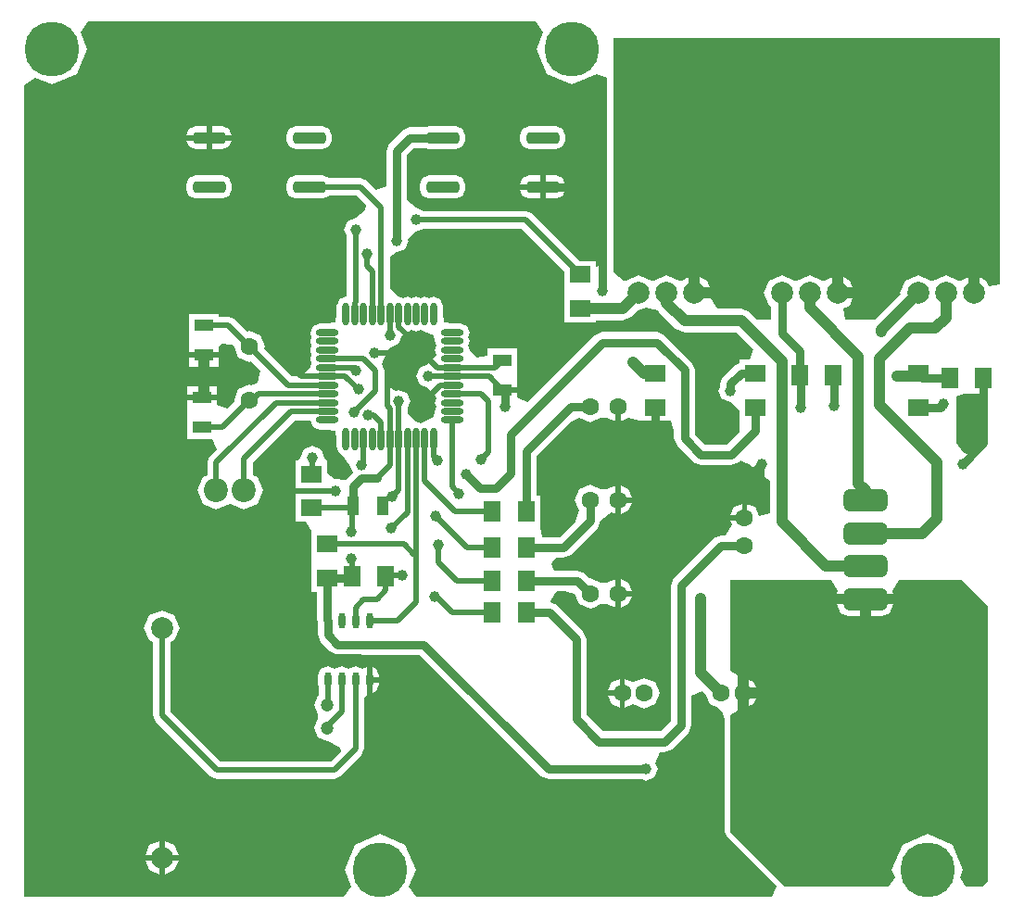
<source format=gtl>
G04 Layer_Physical_Order=1*
G04 Layer_Color=255*
%FSLAX24Y24*%
%MOIN*%
G70*
G01*
G75*
%ADD10R,0.0748X0.0591*%
%ADD11R,0.0591X0.0748*%
G04:AMPARAMS|DCode=12|XSize=118.1mil|YSize=39.4mil|CornerRadius=9.8mil|HoleSize=0mil|Usage=FLASHONLY|Rotation=180.000|XOffset=0mil|YOffset=0mil|HoleType=Round|Shape=RoundedRectangle|*
%AMROUNDEDRECTD12*
21,1,0.1181,0.0197,0,0,180.0*
21,1,0.0984,0.0394,0,0,180.0*
1,1,0.0197,-0.0492,0.0098*
1,1,0.0197,0.0492,0.0098*
1,1,0.0197,0.0492,-0.0098*
1,1,0.0197,-0.0492,-0.0098*
%
%ADD12ROUNDEDRECTD12*%
%ADD13O,0.0236X0.0807*%
%ADD14O,0.0807X0.0236*%
%ADD15R,0.0669X0.0433*%
%ADD16R,0.0433X0.0669*%
%ADD17O,0.0236X0.0571*%
G04:AMPARAMS|DCode=18|XSize=157.5mil|YSize=78.7mil|CornerRadius=19.7mil|HoleSize=0mil|Usage=FLASHONLY|Rotation=180.000|XOffset=0mil|YOffset=0mil|HoleType=Round|Shape=RoundedRectangle|*
%AMROUNDEDRECTD18*
21,1,0.1575,0.0394,0,0,180.0*
21,1,0.1181,0.0787,0,0,180.0*
1,1,0.0394,-0.0591,0.0197*
1,1,0.0394,0.0591,0.0197*
1,1,0.0394,0.0591,-0.0197*
1,1,0.0394,-0.0591,-0.0197*
%
%ADD18ROUNDEDRECTD18*%
%ADD19C,0.0197*%
%ADD20C,0.0295*%
%ADD21C,0.0394*%
%ADD22C,0.0787*%
%ADD23C,0.0630*%
%ADD24C,0.0866*%
%ADD25C,0.0472*%
%ADD26C,0.1969*%
%ADD27C,0.0394*%
G36*
X19635Y32087D02*
X19391Y31496D01*
X19765Y30592D01*
X20669Y30218D01*
X21573Y30592D01*
X21952Y30478D01*
Y24685D01*
Y23956D01*
X21559Y23647D01*
X21549Y23649D01*
Y23876D01*
X20938D01*
X19233Y25580D01*
X19007Y25674D01*
X15336D01*
X15079Y25780D01*
X14743Y26068D01*
Y27680D01*
X14999Y27936D01*
X15427D01*
X15536Y27891D01*
X16520D01*
X16746Y27985D01*
X16840Y28211D01*
Y28407D01*
X16746Y28633D01*
X16520Y28727D01*
X15536D01*
X15427Y28682D01*
X14844D01*
X14844Y28682D01*
X14581Y28573D01*
X14581Y28573D01*
X14106Y28098D01*
X13997Y27835D01*
X13997Y27835D01*
Y26575D01*
X13633Y26425D01*
X13295Y26763D01*
X13069Y26857D01*
X11948D01*
X11946Y26862D01*
X11720Y26955D01*
X10736D01*
X10510Y26862D01*
X10416Y26636D01*
Y26439D01*
X10510Y26213D01*
X10736Y26119D01*
X11720D01*
X11946Y26213D01*
X11948Y26218D01*
X12937D01*
X13282Y25872D01*
X13254Y25709D01*
X12913Y25426D01*
X12674Y25327D01*
X12612Y25301D01*
X12487Y25000D01*
X12574Y24790D01*
Y22608D01*
X12553Y22594D01*
X12312Y22494D01*
X12261Y22371D01*
X12212Y22253D01*
Y22003D01*
X12174Y21677D01*
X11849Y21639D01*
X11598D01*
X11357Y21539D01*
X11258Y21298D01*
X11323Y21141D01*
X11258Y20983D01*
X11323Y20826D01*
X11258Y20668D01*
X11323Y20511D01*
X11258Y20353D01*
X11323Y20196D01*
X11258Y20038D01*
X10981Y19749D01*
X10578Y19746D01*
X9602Y20722D01*
X9632Y20794D01*
X9470Y21186D01*
X9078Y21348D01*
X9006Y21319D01*
X8544Y21781D01*
X8318Y21874D01*
X7959D01*
Y21968D01*
X6896D01*
Y21299D01*
X6896Y21141D01*
Y20905D01*
X6896Y20748D01*
Y20590D01*
X7428D01*
Y20492D01*
D01*
Y20590D01*
X7959D01*
X7959Y20813D01*
X8061Y20905D01*
X8454Y20878D01*
X8524Y20794D01*
X8686Y20403D01*
X9078Y20241D01*
X9150Y20270D01*
X9486Y19935D01*
X9369Y19497D01*
X9129Y19406D01*
X9078Y19427D01*
X8686Y19265D01*
X8524Y18873D01*
X8545Y18823D01*
X8281Y18560D01*
X7909Y18713D01*
Y18856D01*
X6846D01*
Y18699D01*
X6846Y18541D01*
Y18305D01*
X6846Y18148D01*
Y17478D01*
X7729D01*
X7893Y17085D01*
X7652Y16844D01*
X7558Y16618D01*
Y16173D01*
X7396Y16105D01*
X7196Y15623D01*
X7396Y15141D01*
X7878Y14941D01*
X8360Y15141D01*
X8396Y15141D01*
X8878Y14941D01*
X9360Y15141D01*
X9560Y15623D01*
X9360Y16105D01*
X9198Y16173D01*
Y16620D01*
X10722Y18144D01*
X11259D01*
X11357Y17907D01*
X11598Y17808D01*
X11849D01*
X12174Y17769D01*
X12212Y17444D01*
Y17194D01*
X12312Y16953D01*
X12413Y16911D01*
X12684Y16535D01*
X12793Y16273D01*
X12533Y16013D01*
X12136Y16036D01*
X11870Y16214D01*
Y16693D01*
X11844D01*
X11765Y16811D01*
X11666Y17050D01*
X11640Y17112D01*
X11339Y17237D01*
X11100Y17138D01*
X11037Y17112D01*
X10912Y16811D01*
X10834Y16693D01*
X10728D01*
Y15709D01*
X10728D01*
Y15472D01*
X10728D01*
Y14488D01*
X11111D01*
X11307Y14176D01*
Y13191D01*
X11307Y13191D01*
Y12955D01*
X11307D01*
X11307Y12798D01*
Y11971D01*
X11505D01*
Y10965D01*
X11505Y10965D01*
X11524Y10919D01*
Y10426D01*
X11524Y10426D01*
X11633Y10162D01*
X11980Y9815D01*
X11980Y9815D01*
X12244Y9706D01*
X15200D01*
X19579Y5327D01*
X19579Y5327D01*
X19843Y5218D01*
X19843Y5218D01*
X23218D01*
X23346Y5164D01*
X23648Y5289D01*
X23773Y5591D01*
X23682Y5808D01*
X23852Y6202D01*
X24016D01*
X24016Y6202D01*
X24279Y6311D01*
X24870Y6902D01*
X24870Y6902D01*
X24979Y7165D01*
X24979Y7165D01*
Y8225D01*
X25373Y8388D01*
X25521Y8240D01*
X25649Y7932D01*
X25872Y7839D01*
X25874Y7838D01*
X26081Y7651D01*
X26165Y7406D01*
Y6890D01*
Y3346D01*
X26165Y3346D01*
X26227Y3196D01*
X26227Y3196D01*
X28045Y1378D01*
X27882Y984D01*
X15076D01*
X14813Y1378D01*
X15058Y1969D01*
X14684Y2872D01*
X13780Y3247D01*
X12876Y2872D01*
X12501Y1969D01*
X12746Y1378D01*
X12483Y984D01*
X984D01*
Y30199D01*
X1378Y30462D01*
X1969Y30218D01*
X2872Y30592D01*
X3247Y31496D01*
X3002Y32087D01*
X3265Y32480D01*
X19372D01*
X19635Y32087D01*
D02*
G37*
G36*
X36063Y23038D02*
X35669Y22960D01*
X35580Y23175D01*
X35325Y23281D01*
Y22723D01*
X34931D01*
Y23281D01*
X34676Y23175D01*
X34580Y23175D01*
X34128Y23362D01*
X33676Y23175D01*
X33580Y23175D01*
X33128Y23362D01*
X32676Y23175D01*
X32489Y22723D01*
X32499Y22697D01*
X31574Y21772D01*
X30503D01*
X30424Y22165D01*
X30680Y22271D01*
X30786Y22526D01*
X30228D01*
Y22723D01*
X30031D01*
Y23281D01*
X29776Y23175D01*
X29680Y23175D01*
X29228Y23362D01*
X28776Y23175D01*
X28680Y23175D01*
X28228Y23362D01*
X27776Y23175D01*
X27589Y22723D01*
X27776Y22271D01*
X27855Y22238D01*
Y21772D01*
X27335D01*
X27073Y22034D01*
X26772Y22158D01*
X25909D01*
X25663Y22526D01*
X25078D01*
Y22723D01*
X24881D01*
Y23281D01*
X24626Y23175D01*
X24530Y23175D01*
X24078Y23362D01*
X23626Y23175D01*
X23530Y23175D01*
X23078Y23362D01*
X22626Y23175D01*
X22529Y23156D01*
X22165Y23464D01*
Y24685D01*
Y31890D01*
X36063D01*
Y23038D01*
D02*
G37*
G36*
X15388Y21341D02*
X15721Y21191D01*
X15746Y20983D01*
X15811Y20826D01*
X15746Y20668D01*
X15811Y20511D01*
X15790Y20461D01*
X15512Y20151D01*
X15273Y20052D01*
X15210Y20026D01*
X15086Y19724D01*
X15210Y19423D01*
X15512Y19298D01*
X15790Y18987D01*
X15811Y18936D01*
X15746Y18778D01*
X15811Y18621D01*
X15746Y18463D01*
X15721Y18256D01*
X15388Y18105D01*
X15230Y18040D01*
X15073Y18105D01*
X14763Y18402D01*
Y18547D01*
X14849Y18756D01*
X14875Y18819D01*
X14750Y19120D01*
X14449Y19245D01*
X14328Y19195D01*
X13942Y19429D01*
Y19921D01*
X13848Y20147D01*
X13867Y20243D01*
X13884Y20250D01*
X13968Y20453D01*
X13583D01*
Y20650D01*
X14069D01*
X14134Y20755D01*
X14248Y20802D01*
X14435Y20880D01*
X14560Y21181D01*
X14896Y21398D01*
X14915Y21406D01*
X15073Y21341D01*
X15230Y21406D01*
X15388Y21341D01*
D02*
G37*
G36*
X22426Y18110D02*
X22720Y18232D01*
X23107Y18138D01*
Y18121D01*
X23580D01*
Y18613D01*
X23776D01*
Y18121D01*
X24249D01*
X24352Y17770D01*
Y17480D01*
X24352Y17480D01*
X24461Y17217D01*
X25051Y16626D01*
X25051Y16626D01*
X25315Y16517D01*
X25315Y16517D01*
X26406D01*
X26406Y16517D01*
X26670Y16626D01*
X26730Y16686D01*
X27118Y16517D01*
X27193Y16336D01*
X27218Y16273D01*
X27421Y16189D01*
Y16575D01*
X27618D01*
Y16083D01*
X27618D01*
X27802Y15960D01*
Y14785D01*
X27409Y14707D01*
X27281Y15014D01*
X26988Y15135D01*
Y14622D01*
X26890D01*
Y14524D01*
X26377D01*
X26432Y14389D01*
X26219Y13995D01*
X26024D01*
X25760Y13886D01*
X25760Y13886D01*
X25000Y13126D01*
X24343Y12468D01*
X24233Y12205D01*
X24233Y12205D01*
Y7320D01*
X23861Y6948D01*
X21808D01*
X21200Y7556D01*
Y10276D01*
X21200Y10276D01*
X21090Y10539D01*
X21090Y10539D01*
X20143Y11487D01*
X19918Y11580D01*
X19902Y11623D01*
X20106Y11975D01*
X20135Y12000D01*
X20410D01*
X20774Y11910D01*
X20936Y11519D01*
X21328Y11356D01*
X21457Y11410D01*
D01*
X21720Y11519D01*
X21936Y11519D01*
X22230Y11397D01*
Y11910D01*
Y12424D01*
X21936Y12302D01*
X21805Y12302D01*
X21720D01*
X21328Y12464D01*
X21309Y12457D01*
X21129Y12637D01*
X20865Y12746D01*
X20865Y12746D01*
X20038D01*
X19924Y12973D01*
X19993Y13111D01*
X20099Y13200D01*
X20384D01*
X20384Y13200D01*
X20648Y13310D01*
X21457Y14118D01*
D01*
X21592Y14253D01*
X21592Y14253D01*
X21701Y14517D01*
X21993Y14761D01*
X22095Y14816D01*
X22230Y14760D01*
Y15273D01*
Y15786D01*
X21936Y15665D01*
X21805Y15665D01*
X21720D01*
X21328Y15827D01*
X20936Y15665D01*
X20774Y15273D01*
X20936Y14882D01*
X20797Y14513D01*
X20230Y13946D01*
X19621D01*
X19530Y14302D01*
X19530Y14538D01*
Y15444D01*
X19411D01*
Y16876D01*
X20594Y18059D01*
X20936Y18232D01*
X21328Y18069D01*
X21457Y18123D01*
D01*
X21720Y18232D01*
X21936Y18232D01*
X22230Y18110D01*
Y18623D01*
X22426D01*
Y18110D01*
D02*
G37*
G36*
X20407Y23502D02*
Y23049D01*
X20407Y22891D01*
X20407D01*
Y22655D01*
X20407D01*
Y21671D01*
X21549D01*
Y21737D01*
X22518D01*
X22819Y21862D01*
X23052Y22095D01*
X23078Y22084D01*
X23347Y22196D01*
X23764Y22081D01*
X23814Y22040D01*
X24423Y21431D01*
X24724Y21306D01*
X26595D01*
X27212Y20689D01*
X27061Y20326D01*
X26707D01*
Y20183D01*
X26499Y20097D01*
X26499Y20097D01*
X26114Y19712D01*
X26005Y19449D01*
X26005Y19449D01*
Y19341D01*
X25952Y19213D01*
X26077Y18911D01*
X26139Y18885D01*
X26378Y18786D01*
X26693Y18509D01*
X26707Y18121D01*
X26716Y17727D01*
X26252Y17263D01*
X25469D01*
X25097Y17635D01*
Y19961D01*
X25097Y19961D01*
X24988Y20224D01*
X24988Y20224D01*
X24004Y21209D01*
X23740Y21318D01*
X23740Y21318D01*
X21772D01*
X21772Y21318D01*
X21508Y21209D01*
X19086Y18786D01*
X18709Y18967D01*
Y19143D01*
X18178D01*
Y19340D01*
X18709D01*
Y19655D01*
X18709Y19655D01*
Y19891D01*
X18709D01*
X18709Y20049D01*
Y20718D01*
X17646D01*
Y20457D01*
X17253Y20402D01*
X16998Y20668D01*
X16933Y20826D01*
X16998Y20983D01*
X16933Y21141D01*
X16998Y21298D01*
X16899Y21539D01*
X16657Y21639D01*
X16407D01*
X16082Y21677D01*
X16044Y22003D01*
Y22253D01*
X15944Y22494D01*
X15703Y22594D01*
X15545Y22528D01*
X15388Y22594D01*
X15230Y22528D01*
X15073Y22594D01*
X14915Y22528D01*
X14758Y22594D01*
X14600Y22528D01*
X14443Y22594D01*
X14133Y22890D01*
Y24021D01*
X14370Y24180D01*
X14671Y24305D01*
X14796Y24606D01*
X14790Y24622D01*
X15014Y24891D01*
X15079Y24928D01*
X15336Y25035D01*
X18875D01*
X20407Y23502D01*
D02*
G37*
G36*
X35433Y17315D02*
X35433Y17200D01*
X35104Y16932D01*
X34884Y16935D01*
X34724Y17001D01*
X34516Y17341D01*
Y18735D01*
X34516Y18988D01*
X34760Y19102D01*
X34996D01*
Y19102D01*
X35433D01*
Y17315D01*
D02*
G37*
G36*
X35630Y11457D02*
Y10472D01*
Y1575D01*
X35433Y1378D01*
X34853D01*
X34634Y1705D01*
X34743Y1969D01*
X34369Y2872D01*
X33465Y3247D01*
X32561Y2872D01*
X32186Y1969D01*
X32295Y1705D01*
X32076Y1378D01*
X28346D01*
X26378Y3346D01*
Y6890D01*
Y7530D01*
X26631Y7699D01*
Y8323D01*
Y8948D01*
X26378Y9117D01*
Y12402D01*
X30014D01*
X30253Y12008D01*
X30211Y11908D01*
X31228D01*
X32245D01*
X32203Y12008D01*
X32442Y12402D01*
X34685D01*
X35630Y11457D01*
D02*
G37*
%LPC*%
G36*
X8120Y28727D02*
X7726D01*
Y28407D01*
X8440D01*
X8346Y28633D01*
X8120Y28727D01*
D02*
G37*
G36*
X7530D02*
X7136D01*
X6910Y28633D01*
X6816Y28407D01*
X7530D01*
Y28727D01*
D02*
G37*
G36*
X20120D02*
X19136D01*
X18910Y28633D01*
X18816Y28407D01*
Y28211D01*
X18910Y27985D01*
X19136Y27891D01*
X20120D01*
X20346Y27985D01*
X20440Y28211D01*
Y28407D01*
X20346Y28633D01*
X20120Y28727D01*
D02*
G37*
G36*
X11720D02*
X10736D01*
X10510Y28633D01*
X10416Y28407D01*
Y28211D01*
X10510Y27985D01*
X10736Y27891D01*
X11720D01*
X11946Y27985D01*
X12040Y28211D01*
Y28407D01*
X11946Y28633D01*
X11720Y28727D01*
D02*
G37*
G36*
X8440Y28211D02*
X7726D01*
Y27891D01*
X8120D01*
X8346Y27985D01*
X8440Y28211D01*
D02*
G37*
G36*
X7530D02*
X6816D01*
X6910Y27985D01*
X7136Y27891D01*
X7530D01*
Y28211D01*
D02*
G37*
G36*
X20120Y26955D02*
X19726D01*
Y26636D01*
X20440D01*
Y26636D01*
X20346Y26862D01*
X20120Y26955D01*
D02*
G37*
G36*
X19530D02*
X19136D01*
X18910Y26862D01*
X18816Y26636D01*
Y26636D01*
X19530D01*
Y26955D01*
D02*
G37*
G36*
X20440Y26439D02*
X19726D01*
Y26119D01*
X20120D01*
X20346Y26213D01*
X20440Y26439D01*
D02*
G37*
G36*
X19530D02*
X18816D01*
X18910Y26213D01*
X19136Y26119D01*
X19530D01*
Y26439D01*
D02*
G37*
G36*
X16520Y26955D02*
X15536D01*
X15310Y26862D01*
X15216Y26636D01*
Y26439D01*
X15310Y26213D01*
X15536Y26119D01*
X16520D01*
X16746Y26213D01*
X16840Y26439D01*
Y26636D01*
X16746Y26862D01*
X16520Y26955D01*
D02*
G37*
G36*
X8120D02*
X7136D01*
X6910Y26862D01*
X6816Y26636D01*
Y26439D01*
X6910Y26213D01*
X7136Y26119D01*
X8120D01*
X8346Y26213D01*
X8440Y26439D01*
Y26636D01*
X8346Y26862D01*
X8120Y26955D01*
D02*
G37*
G36*
X7959Y20393D02*
X7526D01*
Y20078D01*
X7959D01*
Y20393D01*
D02*
G37*
G36*
X7330D02*
X6896D01*
Y20078D01*
X7330D01*
Y20393D01*
D02*
G37*
G36*
X7909Y19368D02*
X7476D01*
Y19053D01*
X7909D01*
Y19368D01*
D02*
G37*
G36*
X7280D02*
X6846D01*
Y19053D01*
X7280D01*
Y19368D01*
D02*
G37*
G36*
X13495Y9268D02*
Y8899D01*
X13738D01*
Y8968D01*
X13638Y9209D01*
X13520Y9258D01*
X13495Y9268D01*
D02*
G37*
G36*
X13738Y8702D02*
X13495D01*
Y8333D01*
X13638Y8392D01*
X13738Y8633D01*
Y8702D01*
D02*
G37*
G36*
X5928Y11312D02*
X5476Y11125D01*
X5289Y10673D01*
X5476Y10221D01*
X5608Y10166D01*
Y7537D01*
X5702Y7311D01*
X7687Y5325D01*
X7913Y5232D01*
X12126D01*
X12352Y5325D01*
X13123Y6096D01*
X13217Y6322D01*
Y8172D01*
X13299Y8226D01*
Y8800D01*
Y9271D01*
X13147Y9212D01*
X12897Y9309D01*
X12897Y9309D01*
X12897Y9309D01*
X12647Y9212D01*
X12397Y9309D01*
X12397Y9309D01*
X12397Y9309D01*
X12147Y9212D01*
X11897Y9309D01*
X11897Y9309D01*
X11656Y9209D01*
X11556Y8968D01*
Y8633D01*
X11577Y8582D01*
Y8231D01*
X11546Y8218D01*
X11409Y7887D01*
X11546Y7555D01*
X11546Y7391D01*
X11423Y7092D01*
X11409Y7060D01*
X11546Y6728D01*
X11878Y6591D01*
X11891Y6597D01*
X12345Y6358D01*
X12369Y6246D01*
X11994Y5871D01*
X8046D01*
X6248Y7669D01*
Y10166D01*
X6380Y10221D01*
X6567Y10673D01*
X6380Y11125D01*
X5928Y11312D01*
D02*
G37*
G36*
X6026Y3004D02*
Y2504D01*
X6526D01*
X6380Y2858D01*
X6026Y3004D01*
D02*
G37*
G36*
X5830D02*
X5476Y2858D01*
X5330Y2504D01*
X5830D01*
Y3004D01*
D02*
G37*
G36*
X6526Y2307D02*
X6026D01*
Y1807D01*
X6380Y1954D01*
X6526Y2307D01*
D02*
G37*
G36*
X5830D02*
X5330D01*
X5476Y1954D01*
X5830Y1807D01*
Y2307D01*
D02*
G37*
G36*
X30425Y23281D02*
Y22920D01*
X30786D01*
X30680Y23175D01*
X30425Y23281D01*
D02*
G37*
G36*
X25275D02*
Y22920D01*
X25636D01*
X25530Y23175D01*
X25275Y23281D01*
D02*
G37*
G36*
X22426Y15786D02*
Y15372D01*
X22841D01*
X22720Y15665D01*
X22426Y15786D01*
D02*
G37*
G36*
X22841Y15175D02*
X22426D01*
Y14760D01*
X22720Y14882D01*
X22841Y15175D01*
D02*
G37*
G36*
X26791Y15135D02*
X26498Y15014D01*
X26377Y14720D01*
X26791D01*
Y15135D01*
D02*
G37*
G36*
X22426Y12424D02*
Y12009D01*
X22841D01*
X22720Y12302D01*
X22426Y12424D01*
D02*
G37*
G36*
X22841Y11812D02*
X22426D01*
Y11397D01*
X22720Y11519D01*
X22841Y11812D01*
D02*
G37*
G36*
X23278Y8877D02*
X22886Y8715D01*
X22882Y8715D01*
X22589Y8836D01*
Y8323D01*
Y7810D01*
X22882Y7932D01*
X22886Y7932D01*
X23278Y7769D01*
X23670Y7932D01*
X23832Y8323D01*
X23670Y8715D01*
X23278Y8877D01*
D02*
G37*
G36*
X22392Y8836D02*
X22099Y8715D01*
X21977Y8422D01*
X22392D01*
Y8836D01*
D02*
G37*
G36*
Y8225D02*
X21977D01*
X22099Y7932D01*
X22392Y7810D01*
Y8225D01*
D02*
G37*
G36*
X32245Y11514D02*
X31425D01*
Y11088D01*
X31818D01*
X32120Y11213D01*
X32245Y11514D01*
Y11514D01*
D02*
G37*
G36*
X31031D02*
X30211D01*
Y11514D01*
X30336Y11213D01*
X30637Y11088D01*
X31031D01*
Y11514D01*
D02*
G37*
G36*
X27025Y8796D02*
Y8520D01*
X27300D01*
X27220Y8715D01*
X27025Y8796D01*
D02*
G37*
G36*
X27300Y8126D02*
X27025D01*
Y7851D01*
X27220Y7932D01*
X27300Y8126D01*
D02*
G37*
%LPD*%
D10*
X23678Y18613D02*
D03*
Y19833D02*
D03*
X20978Y23383D02*
D03*
Y22163D02*
D03*
X33128Y18613D02*
D03*
Y19833D02*
D03*
X27278Y18613D02*
D03*
Y19833D02*
D03*
X11299Y16201D02*
D03*
Y14980D02*
D03*
X11878Y13683D02*
D03*
Y12463D02*
D03*
D11*
X35488Y19673D02*
D03*
X34268D02*
D03*
X30088Y19755D02*
D03*
X28868D02*
D03*
X17818Y14873D02*
D03*
X19038D02*
D03*
X17818Y13573D02*
D03*
X19038D02*
D03*
X17818Y12373D02*
D03*
X19038D02*
D03*
X17818Y11223D02*
D03*
X19038D02*
D03*
X13988Y12523D02*
D03*
X12768D02*
D03*
D12*
X11228Y28309D02*
D03*
Y26537D02*
D03*
X7628Y28309D02*
D03*
Y26537D02*
D03*
X16028D02*
D03*
Y28309D02*
D03*
X19628Y26537D02*
D03*
Y28309D02*
D03*
D13*
X12553Y21967D02*
D03*
X12868D02*
D03*
X13183D02*
D03*
X13498D02*
D03*
X13813D02*
D03*
X14128D02*
D03*
X14443D02*
D03*
X14758D02*
D03*
X15073D02*
D03*
X15388D02*
D03*
X15703D02*
D03*
X15703Y17479D02*
D03*
X15388Y17479D02*
D03*
X15073D02*
D03*
X14758Y17479D02*
D03*
X14443D02*
D03*
X14128D02*
D03*
X13813D02*
D03*
X13498D02*
D03*
X13183D02*
D03*
X12868D02*
D03*
X12553D02*
D03*
D14*
X16372Y21298D02*
D03*
Y20983D02*
D03*
Y20668D02*
D03*
Y20353D02*
D03*
Y20038D02*
D03*
Y19723D02*
D03*
Y19408D02*
D03*
Y19093D02*
D03*
Y18778D02*
D03*
Y18463D02*
D03*
Y18148D02*
D03*
X11884D02*
D03*
Y18463D02*
D03*
Y18778D02*
D03*
Y19093D02*
D03*
Y19408D02*
D03*
Y19723D02*
D03*
Y20038D02*
D03*
Y20353D02*
D03*
X11884Y20668D02*
D03*
Y20983D02*
D03*
X11884Y21298D02*
D03*
D15*
X7378Y17892D02*
D03*
Y18955D02*
D03*
X7428Y21555D02*
D03*
Y20492D02*
D03*
X18178Y20305D02*
D03*
Y19242D02*
D03*
D16*
X12796Y15052D02*
D03*
X13859D02*
D03*
D17*
X11897Y8800D02*
D03*
X12397D02*
D03*
X12897D02*
D03*
X13397D02*
D03*
X11897Y10946D02*
D03*
X12397D02*
D03*
X12897D02*
D03*
X13397D02*
D03*
D18*
X31228Y12911D02*
D03*
Y11711D02*
D03*
Y14073D02*
D03*
Y15273D02*
D03*
D19*
X14411Y10946D02*
X15073Y11608D01*
X14443Y21502D02*
X14764Y21181D01*
X14443Y21502D02*
Y21967D01*
X15591Y19055D02*
X15944Y19408D01*
X16372D01*
X15512Y20354D02*
X15828Y20038D01*
X16372D01*
X14128Y21187D02*
X14134Y21181D01*
X14128Y21187D02*
Y21967D01*
X11884Y19723D02*
X12521D01*
X12992Y19252D01*
X13346Y18346D02*
X13543D01*
X13813Y17479D02*
Y18077D01*
X13543Y18346D02*
X13813Y18077D01*
X15513Y19723D02*
X16372D01*
X15512Y19724D02*
X15513Y19723D01*
X14443Y18813D02*
X14449Y18819D01*
X14443Y17479D02*
Y18813D01*
X11884Y20038D02*
X12913D01*
X12913Y19921D02*
X12913Y19921D01*
Y20038D01*
X12913Y20038D02*
X12913Y20038D01*
X13163Y17459D02*
X13183Y17479D01*
X13163Y16589D02*
Y17459D01*
X13110Y16535D02*
X13163Y16589D01*
X11299Y16201D02*
X11339Y16240D01*
Y16811D01*
X12835Y18425D02*
X13622Y19213D01*
Y19921D01*
X13190Y20353D02*
X13622Y19921D01*
X11884Y20353D02*
X13190D01*
X12868Y21967D02*
X12888Y21987D01*
Y22375D01*
X12894Y22381D01*
Y24980D01*
X12913Y25000D01*
X15079Y25354D02*
X19007D01*
X20978Y23383D01*
X16372Y20038D02*
X17911D01*
X18178Y20305D01*
X16372Y19723D02*
X17696D01*
X18178Y19242D01*
X13498Y21967D02*
Y23504D01*
X13307Y23695D02*
X13498Y23504D01*
X13307Y23695D02*
Y24134D01*
X14758Y14837D02*
Y17479D01*
X15073Y11608D02*
Y17479D01*
X15388Y15951D02*
X16465Y14873D01*
X15388Y15951D02*
Y17479D01*
X14173Y14252D02*
X14758Y14837D01*
X14266Y15459D02*
X14443Y15636D01*
X10709Y15591D02*
X12165D01*
X10394Y15276D02*
X10709Y15591D01*
X10394Y10236D02*
Y15276D01*
Y10236D02*
X10984Y9646D01*
X13071D01*
X13397Y9320D01*
Y8800D02*
Y9320D01*
X5928Y7537D02*
Y10673D01*
Y7537D02*
X7913Y5551D01*
X12126D01*
X12897Y6322D01*
Y8800D01*
X10038Y18778D02*
X11884D01*
X7878Y16618D02*
X10038Y18778D01*
X7878Y15623D02*
Y16618D01*
X10589Y18463D02*
X11884D01*
X8878Y16752D02*
X10589Y18463D01*
X8878Y15623D02*
Y16752D01*
X14128Y16530D02*
Y17479D01*
X13661Y16063D02*
X14128Y16530D01*
X15748Y11850D02*
X16375Y11223D01*
X16372Y19093D02*
X17403D01*
X17677Y18819D01*
Y17008D02*
Y18819D01*
X17402Y16732D02*
X17677Y17008D01*
X15748Y11811D02*
Y11850D01*
X16375Y11223D02*
X17818D01*
X16372Y15754D02*
Y18148D01*
Y15754D02*
X16614Y15512D01*
X15866Y13032D02*
Y13661D01*
Y13032D02*
X16524Y12373D01*
X17818D01*
X13988Y12523D02*
X14024Y12559D01*
X14567D01*
X15703Y16817D02*
Y17479D01*
Y16817D02*
X15827Y16693D01*
X15787Y14685D02*
X16899Y13573D01*
X17818D01*
X16465Y14873D02*
X17818D01*
X11878Y13683D02*
X14624D01*
X15000Y13307D01*
X13397Y10946D02*
X14411D01*
X13988Y12020D02*
Y12523D01*
X13661Y11693D02*
X13988Y12020D01*
X13189Y11693D02*
X13661D01*
X12897Y11401D02*
X13189Y11693D01*
X12897Y10946D02*
Y11401D01*
X11878Y7887D02*
X11897Y7906D01*
Y8800D01*
X11878Y7060D02*
Y7123D01*
X12409Y7654D01*
Y8788D01*
X12397Y8800D02*
X12409Y8788D01*
X5928Y2406D02*
X11067D01*
X13397Y4736D01*
Y8800D01*
X11228Y26537D02*
X13069D01*
X13813Y25793D01*
Y21967D02*
Y25793D01*
X10946Y19723D02*
X11884D01*
X10354Y20315D02*
X10946Y19723D01*
X10354Y20315D02*
Y21811D01*
X8819Y23346D02*
X10354Y21811D01*
X5866Y23346D02*
X8819D01*
X4921Y22402D02*
X5866Y23346D01*
X4921Y20512D02*
Y22402D01*
Y20512D02*
X5685Y19748D01*
X7428D01*
X8096Y17892D02*
X9078Y18873D01*
X7378Y17892D02*
X8096D01*
X8318Y21555D02*
X9078Y20794D01*
X7428Y21555D02*
X8318D01*
X10464Y19408D02*
X11884D01*
X9078Y20794D02*
X10464Y19408D01*
X9408Y19093D02*
X11884D01*
X9188Y18873D02*
X9408Y19093D01*
X9078Y18873D02*
X9188D01*
X14443Y15636D02*
Y17479D01*
X11299Y14980D02*
X12724D01*
X12757Y15013D01*
X12756Y14095D02*
X12757Y14093D01*
X12756Y14095D02*
Y14134D01*
X12756Y13150D02*
X12768Y13138D01*
Y12523D02*
Y13138D01*
X12757Y14093D02*
Y15013D01*
X14128Y17479D02*
Y18555D01*
X14035Y18648D02*
X14128Y18555D01*
X14035Y18648D02*
Y19547D01*
X14173Y19685D01*
D20*
X18178Y19242D02*
X18268Y19152D01*
Y18622D02*
Y19152D01*
X21772Y22795D02*
Y25591D01*
X20825Y26537D02*
X21772Y25591D01*
X19628Y26537D02*
X20825D01*
X33928Y18613D02*
X34055Y18740D01*
X33128Y18613D02*
X33928D01*
X34724Y16575D02*
X35488Y17339D01*
Y19673D01*
X28868Y19755D02*
X28898Y19725D01*
Y18583D02*
Y19725D01*
X26378Y19213D02*
Y19449D01*
X26763Y19833D01*
X27278D01*
X30088Y19755D02*
X30118Y19725D01*
Y18661D02*
Y19725D01*
X27283Y16339D02*
X27520Y16575D01*
X24646Y16339D02*
X27283D01*
X23678Y17306D02*
X24646Y16339D01*
X23678Y17306D02*
Y18613D01*
X16890Y16181D02*
X17362Y15709D01*
X17953D01*
X18465Y16220D01*
Y17638D01*
X21772Y20945D01*
X23740D01*
X24724Y19961D01*
Y17480D02*
Y19961D01*
Y17480D02*
X25315Y16890D01*
X26406D01*
X27278Y17761D01*
X14370Y24606D02*
Y27835D01*
X14844Y28309D01*
X16028D01*
X19843Y5591D02*
X23346D01*
X15354Y10079D02*
X19843Y5591D01*
X12244Y10079D02*
X15354D01*
X11897Y10426D02*
X12244Y10079D01*
X11897Y10426D02*
Y10946D01*
X13110Y16063D02*
X13661D01*
X12796Y15749D02*
X13110Y16063D01*
X12796Y15052D02*
Y15749D01*
X33128Y19833D02*
X33288Y19673D01*
X34268D01*
X28228Y21260D02*
Y22723D01*
Y21260D02*
X28868Y20620D01*
Y19755D02*
Y20620D01*
X12757Y15013D02*
X12796Y15052D01*
X11878Y10965D02*
X11897Y10946D01*
X11878Y10965D02*
Y12463D01*
X12707D02*
X12768Y12523D01*
X11878Y12463D02*
X12707D01*
X27278Y17761D02*
Y18613D01*
X24606Y12205D02*
X26024Y13622D01*
X24606Y7165D02*
Y12205D01*
X24016Y6575D02*
X24606Y7165D01*
X21654Y6575D02*
X24016D01*
X20827Y7402D02*
X21654Y6575D01*
X20827Y7402D02*
Y10276D01*
X19879Y11223D02*
X20827Y10276D01*
X19038Y11223D02*
X19879D01*
X20631Y18623D02*
X21328D01*
X19038Y17030D02*
X20631Y18623D01*
X19038Y14873D02*
Y17030D01*
X21328Y14517D02*
Y15273D01*
X20384Y13573D02*
X21328Y14517D01*
X19038Y13573D02*
X20384D01*
X20865Y12373D02*
X21328Y11910D01*
X19038Y12373D02*
X20865D01*
X26024Y13622D02*
X26890D01*
D21*
X22874Y20236D02*
X23277Y19833D01*
X23678D01*
X25315Y9049D02*
Y11732D01*
Y9049D02*
X26041Y8323D01*
X33019Y19724D02*
X33128Y19833D01*
X32362Y19724D02*
X33019D01*
X31811Y21339D02*
Y21406D01*
X33128Y22723D01*
X29228Y22189D02*
Y22723D01*
Y22189D02*
X30984Y20433D01*
Y15866D02*
Y20433D01*
Y15866D02*
X31228Y15622D01*
Y15273D02*
Y15622D01*
X34128Y21844D02*
Y22723D01*
X33740Y21457D02*
X34128Y21844D01*
X32835Y21457D02*
X33740D01*
X31732Y20354D02*
X32835Y21457D01*
X31732Y18701D02*
Y20354D01*
Y18701D02*
X33819Y16614D01*
Y14606D02*
Y16614D01*
X33286Y14073D02*
X33819Y14606D01*
X31228Y14073D02*
X33286D01*
X24078Y22379D02*
Y22723D01*
Y22379D02*
X24724Y21732D01*
X26772D01*
X28228Y20276D01*
Y14488D02*
Y20276D01*
Y14488D02*
X29806Y12911D01*
X31228D01*
X22518Y22163D02*
X23078Y22723D01*
X20978Y22163D02*
X22518D01*
X7428Y19748D02*
Y20492D01*
Y19005D02*
Y19748D01*
X7378Y18955D02*
X7428Y19005D01*
D22*
X25078Y22723D02*
D03*
X24078D02*
D03*
X23078D02*
D03*
X35128D02*
D03*
X34128D02*
D03*
X33128D02*
D03*
X30228D02*
D03*
X29228D02*
D03*
X28228D02*
D03*
X5928Y2406D02*
D03*
Y10673D02*
D03*
D23*
X26890Y13622D02*
D03*
Y14622D02*
D03*
X9078Y18873D02*
D03*
Y20794D02*
D03*
X21328Y11910D02*
D03*
X22328D02*
D03*
X21328Y15273D02*
D03*
X22328D02*
D03*
X21328Y18623D02*
D03*
X22328D02*
D03*
X26828Y8323D02*
D03*
X26041D02*
D03*
X23278D02*
D03*
X22491D02*
D03*
D24*
X8878Y15623D02*
D03*
X7878D02*
D03*
D25*
X11878Y7887D02*
D03*
Y7060D02*
D03*
D26*
X1969Y31496D02*
D03*
X20669D02*
D03*
X13780Y1969D02*
D03*
X33465D02*
D03*
D27*
X18268Y18622D02*
D03*
X21772Y22795D02*
D03*
X14134Y21181D02*
D03*
X12992Y19252D02*
D03*
X13346Y18346D02*
D03*
X15512Y19724D02*
D03*
X14449Y18819D02*
D03*
X13583Y20551D02*
D03*
X12913Y19921D02*
D03*
X34055Y18740D02*
D03*
X34724Y16575D02*
D03*
X28898Y18583D02*
D03*
X26378Y19213D02*
D03*
X22874Y20236D02*
D03*
X30118Y18661D02*
D03*
X27520Y16575D02*
D03*
X13110Y16535D02*
D03*
X16890Y16181D02*
D03*
X25315Y11732D02*
D03*
X32362Y19724D02*
D03*
X31811Y21339D02*
D03*
X11339Y16811D02*
D03*
X12835Y18425D02*
D03*
X12913Y25000D02*
D03*
X15079Y25354D02*
D03*
X13307Y24134D02*
D03*
X14370Y24606D02*
D03*
X23346Y5591D02*
D03*
X14213Y15394D02*
D03*
X12165Y15591D02*
D03*
X17402Y16732D02*
D03*
X15748Y11811D02*
D03*
X16614Y15512D02*
D03*
X15866Y13661D02*
D03*
X14567Y12559D02*
D03*
X14173Y14252D02*
D03*
X15827Y16693D02*
D03*
X15787Y14685D02*
D03*
X12756Y14134D02*
D03*
X12756Y13150D02*
D03*
M02*

</source>
